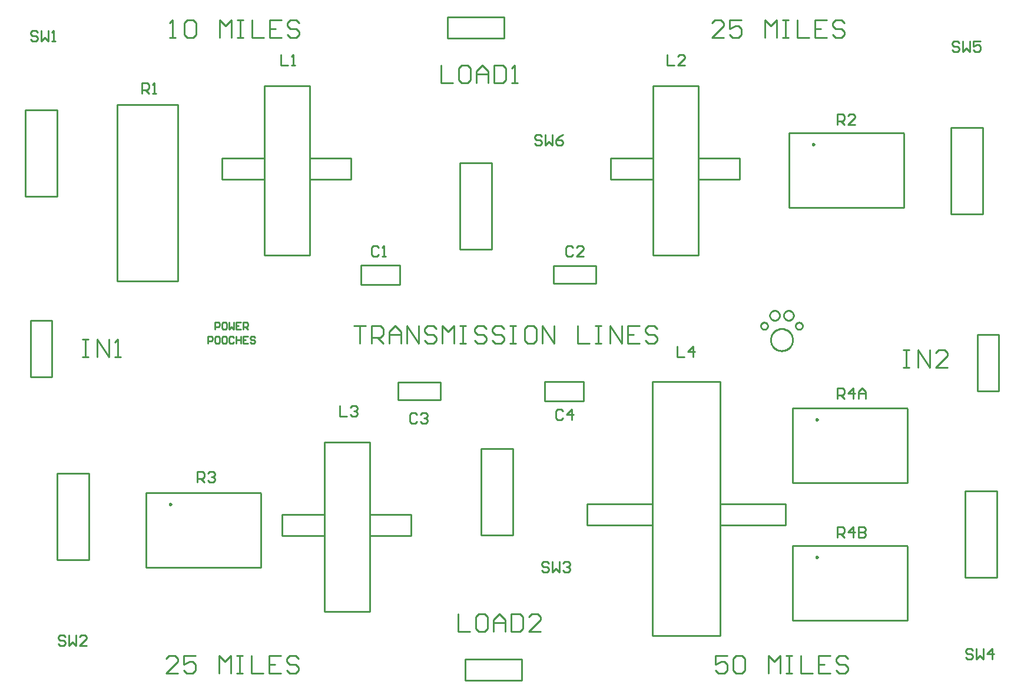
<source format=gto>
%FSDAX24Y24*%
%MOIN*%
%SFA1B1*%

%IPPOS*%
%ADD15C,0.010000*%
%ADD20C,0.009800*%
%LNtlinepcb-1*%
%LPD*%
G54D15*
X056299Y031299D02*
D01*
X056298Y031312*
X056297Y031326*
X056294Y031339*
X056291Y031353*
X056287Y031366*
X056281Y031379*
X056275Y031391*
X056269Y031403*
X056261Y031414*
X056252Y031425*
X056243Y031435*
X056233Y031445*
X056223Y031454*
X056212Y031462*
X056200Y031469*
X056188Y031476*
X056175Y031481*
X056162Y031486*
X056149Y031490*
X056136Y031493*
X056122Y031494*
X056108Y031495*
X056095*
X056081Y031494*
X056067Y031493*
X056054Y031490*
X056041Y031486*
X056028Y031481*
X056015Y031476*
X056003Y031469*
X055991Y031462*
X055980Y031454*
X055970Y031445*
X055960Y031435*
X055951Y031425*
X055942Y031414*
X055934Y031403*
X055928Y031391*
X055922Y031379*
X055916Y031366*
X055912Y031353*
X055909Y031339*
X055906Y031326*
X055905Y031312*
X055905Y031299*
X055905Y031285*
X055906Y031271*
X055909Y031258*
X055912Y031244*
X055916Y031231*
X055922Y031218*
X055928Y031206*
X055934Y031194*
X055942Y031183*
X055951Y031172*
X055960Y031162*
X055970Y031152*
X055980Y031143*
X055991Y031135*
X056003Y031128*
X056015Y031121*
X056028Y031116*
X056041Y031111*
X056054Y031107*
X056067Y031104*
X056081Y031103*
X056095Y031102*
X056108*
X056122Y031103*
X056136Y031104*
X056149Y031107*
X056162Y031111*
X056175Y031116*
X056188Y031121*
X056200Y031128*
X056212Y031135*
X056223Y031143*
X056233Y031152*
X056243Y031162*
X056252Y031172*
X056261Y031183*
X056269Y031194*
X056275Y031206*
X056281Y031218*
X056287Y031231*
X056291Y031244*
X056294Y031258*
X056297Y031271*
X056298Y031285*
X056299Y031299*
X055790Y031890D02*
D01*
X055789Y031909*
X055787Y031928*
X055783Y031947*
X055779Y031966*
X055773Y031985*
X055765Y032003*
X055757Y032020*
X055747Y032037*
X055736Y032053*
X055724Y032068*
X055711Y032083*
X055698Y032096*
X055683Y032109*
X055667Y032120*
X055651Y032130*
X055633Y032139*
X055616Y032147*
X055597Y032154*
X055579Y032159*
X055560Y032163*
X055541Y032166*
X055521Y032167*
X055502*
X055482Y032166*
X055463Y032163*
X055444Y032159*
X055426Y032154*
X055407Y032147*
X055390Y032139*
X055373Y032130*
X055356Y032120*
X055340Y032109*
X055325Y032096*
X055312Y032083*
X055299Y032068*
X055287Y032053*
X055276Y032037*
X055266Y032020*
X055258Y032003*
X055250Y031985*
X055244Y031966*
X055240Y031947*
X055236Y031928*
X055234Y031909*
X055234Y031890*
X055234Y031870*
X055236Y031851*
X055240Y031832*
X055244Y031813*
X055250Y031794*
X055258Y031776*
X055266Y031759*
X055276Y031742*
X055287Y031726*
X055299Y031711*
X055312Y031696*
X055325Y031683*
X055340Y031670*
X055356Y031659*
X055373Y031649*
X055390Y031640*
X055407Y031632*
X055426Y031625*
X055444Y031620*
X055463Y031616*
X055482Y031613*
X055502Y031612*
X055521*
X055541Y031613*
X055560Y031616*
X055579Y031620*
X055597Y031625*
X055616Y031632*
X055633Y031640*
X055651Y031649*
X055667Y031659*
X055683Y031670*
X055698Y031683*
X055711Y031696*
X055724Y031711*
X055736Y031726*
X055747Y031742*
X055757Y031759*
X055765Y031776*
X055773Y031794*
X055779Y031813*
X055783Y031832*
X055787Y031851*
X055789Y031870*
X055790Y031890*
X055003D02*
D01*
X055002Y031909*
X055000Y031928*
X054996Y031947*
X054992Y031966*
X054986Y031985*
X054978Y032003*
X054970Y032020*
X054960Y032037*
X054949Y032053*
X054937Y032068*
X054924Y032083*
X054911Y032096*
X054896Y032109*
X054880Y032120*
X054864Y032130*
X054846Y032139*
X054829Y032147*
X054810Y032154*
X054792Y032159*
X054773Y032163*
X054754Y032166*
X054734Y032167*
X054715*
X054695Y032166*
X054676Y032163*
X054657Y032159*
X054639Y032154*
X054620Y032147*
X054603Y032139*
X054586Y032130*
X054569Y032120*
X054553Y032109*
X054538Y032096*
X054525Y032083*
X054512Y032068*
X054500Y032053*
X054489Y032037*
X054479Y032020*
X054471Y032003*
X054463Y031985*
X054457Y031966*
X054453Y031947*
X054449Y031928*
X054447Y031909*
X054447Y031890*
X054447Y031870*
X054449Y031851*
X054453Y031832*
X054457Y031813*
X054463Y031794*
X054471Y031776*
X054479Y031759*
X054489Y031742*
X054500Y031726*
X054512Y031711*
X054525Y031696*
X054538Y031683*
X054553Y031670*
X054569Y031659*
X054586Y031649*
X054603Y031640*
X054620Y031632*
X054639Y031625*
X054657Y031620*
X054676Y031616*
X054695Y031613*
X054715Y031612*
X054734*
X054754Y031613*
X054773Y031616*
X054792Y031620*
X054810Y031625*
X054829Y031632*
X054846Y031640*
X054864Y031649*
X054880Y031659*
X054896Y031670*
X054911Y031683*
X054924Y031696*
X054937Y031711*
X054949Y031726*
X054960Y031742*
X054970Y031759*
X054978Y031776*
X054986Y031794*
X054992Y031813*
X054996Y031832*
X055000Y031851*
X055002Y031870*
X055003Y031890*
X054331Y031299D02*
D01*
X054330Y031312*
X054329Y031326*
X054326Y031339*
X054323Y031353*
X054319Y031366*
X054313Y031379*
X054307Y031391*
X054301Y031403*
X054293Y031414*
X054284Y031425*
X054275Y031435*
X054265Y031445*
X054255Y031454*
X054244Y031462*
X054232Y031469*
X054220Y031476*
X054207Y031481*
X054194Y031486*
X054181Y031490*
X054168Y031493*
X054154Y031494*
X054140Y031495*
X054127*
X054113Y031494*
X054099Y031493*
X054086Y031490*
X054073Y031486*
X054060Y031481*
X054047Y031476*
X054035Y031469*
X054023Y031462*
X054012Y031454*
X054002Y031445*
X053992Y031435*
X053983Y031425*
X053974Y031414*
X053966Y031403*
X053960Y031391*
X053954Y031379*
X053948Y031366*
X053944Y031353*
X053941Y031339*
X053938Y031326*
X053937Y031312*
X053937Y031299*
X053937Y031285*
X053938Y031271*
X053941Y031258*
X053944Y031244*
X053948Y031231*
X053954Y031218*
X053960Y031206*
X053966Y031194*
X053974Y031183*
X053983Y031172*
X053992Y031162*
X054002Y031152*
X054012Y031143*
X054023Y031135*
X054035Y031128*
X054047Y031121*
X054060Y031116*
X054073Y031111*
X054086Y031107*
X054099Y031104*
X054113Y031103*
X054127Y031102*
X054140*
X054154Y031103*
X054168Y031104*
X054181Y031107*
X054194Y031111*
X054207Y031116*
X054220Y031121*
X054232Y031128*
X054244Y031135*
X054255Y031143*
X054265Y031152*
X054275Y031162*
X054284Y031172*
X054293Y031183*
X054301Y031194*
X054307Y031206*
X054313Y031218*
X054319Y031231*
X054323Y031244*
X054326Y031258*
X054329Y031271*
X054330Y031285*
X054331Y031299*
X055741Y030512D02*
D01*
X055739Y030555*
X055734Y030598*
X055727Y030641*
X055716Y030683*
X055703Y030724*
X055687Y030764*
X055668Y030804*
X055646Y030841*
X055622Y030877*
X055595Y030911*
X055566Y030944*
X055535Y030974*
X055501Y031002*
X055466Y031027*
X055430Y031050*
X055391Y031071*
X055352Y031088*
X055311Y031103*
X055269Y031115*
X055227Y031124*
X055184Y031130*
X055140Y031133*
X055097*
X055053Y031130*
X055010Y031124*
X054968Y031115*
X054926Y031103*
X054885Y031088*
X054846Y031071*
X054808Y031050*
X054771Y031027*
X054736Y031002*
X054702Y030974*
X054671Y030944*
X054642Y030911*
X054615Y030877*
X054591Y030841*
X054569Y030804*
X054550Y030764*
X054534Y030724*
X054521Y030683*
X054510Y030641*
X054503Y030598*
X054498Y030555*
X054497Y030512*
X054498Y030468*
X054503Y030425*
X054510Y030382*
X054521Y030340*
X054534Y030299*
X054550Y030259*
X054569Y030219*
X054591Y030182*
X054615Y030146*
X054642Y030112*
X054671Y030079*
X054702Y030049*
X054736Y030021*
X054771Y029996*
X054808Y029973*
X054846Y029952*
X054885Y029935*
X054926Y029920*
X054968Y029908*
X055010Y029899*
X055053Y029893*
X055097Y029890*
X055140*
X055184Y029893*
X055227Y029899*
X055269Y029908*
X055311Y029920*
X055352Y029935*
X055391Y029952*
X055430Y029973*
X055466Y029996*
X055501Y030021*
X055535Y030049*
X055566Y030079*
X055595Y030112*
X055622Y030146*
X055646Y030182*
X055668Y030219*
X055687Y030259*
X055703Y030299*
X055716Y030340*
X055727Y030382*
X055734Y030425*
X055739Y030468*
X055741Y030512*
X041700Y028150D02*
X043900D01*
Y027050D02*
Y028150D01*
X041700Y027050D02*
X043900D01*
X041700D02*
Y028150D01*
X031300Y033650D02*
Y034750D01*
Y033650D02*
X033500D01*
Y034750*
X031300D02*
X033500D01*
X017500Y043850D02*
X020950D01*
Y033850D02*
Y043850D01*
X017500Y033850D02*
X020950D01*
X017500D02*
Y043850D01*
X033400Y027100D02*
Y028100D01*
Y027100D02*
X035800D01*
X033400Y028100D02*
X035800D01*
Y027100D02*
Y028100D01*
X019150Y021850D02*
X025600D01*
X025650Y021800*
Y017600D02*
Y021800D01*
X019150Y017600D02*
X025650D01*
X019150D02*
Y021850D01*
X044600Y033700D02*
Y034700D01*
X042200D02*
X044600D01*
X042200Y033700D02*
X044600D01*
X042200D02*
Y034700D01*
X055550Y038000D02*
Y042250D01*
Y038000D02*
X062050D01*
Y042200*
X062000Y042250D02*
X062050Y042200D01*
X055550Y042250D02*
X062000D01*
X055750Y018850D02*
X062200D01*
X062250Y018800*
Y014600D02*
Y018800D01*
X055750Y014600D02*
X062250D01*
X055750D02*
Y018850D01*
Y022400D02*
Y026650D01*
Y022400D02*
X062250D01*
Y026600*
X062200Y026650D02*
X062250Y026600D01*
X055750Y026650D02*
X062200D01*
X066500Y037650D02*
Y042550D01*
X064700D02*
X066500D01*
X064700Y037650D02*
X066500D01*
X064700D02*
Y042550D01*
X036900Y035650D02*
Y040550D01*
Y035650D02*
X038700D01*
X036900Y040550D02*
X038700D01*
Y035650D02*
Y040550D01*
X039900Y019450D02*
Y024350D01*
X038100D02*
X039900D01*
X038100Y019450D02*
X039900D01*
X038100D02*
Y024350D01*
X014100Y018050D02*
Y022950D01*
Y018050D02*
X015900D01*
X014100Y022950D02*
X015900D01*
Y018050D02*
Y022950D01*
X014100Y038650D02*
Y043550D01*
X012300D02*
X014100D01*
X012300Y038650D02*
X014100D01*
X012300D02*
Y043550D01*
X065500Y017050D02*
Y021950D01*
Y017050D02*
X067300D01*
X065500Y021950D02*
X067300D01*
Y017050D02*
Y021950D01*
X031800Y015100D02*
Y024700D01*
X029250Y015100D02*
X031800D01*
X029250Y024700D02*
X031800D01*
X029250Y015100D02*
Y024700D01*
X026850Y019400D02*
X029250D01*
X026850D02*
Y020600D01*
X029250*
X031800Y019400D02*
X034150D01*
Y020600*
X031800D02*
X034150D01*
X050400Y040800D02*
X052750D01*
Y039600D02*
Y040800D01*
X050400Y039600D02*
X052750D01*
X045450Y040800D02*
X047850D01*
X045450Y039600D02*
Y040800D01*
Y039600D02*
X047850D01*
Y035300D02*
Y044900D01*
X050400*
X047850Y035300D02*
X050400D01*
Y044900*
X028400Y035300D02*
Y044900D01*
X025850Y035300D02*
X028400D01*
X025850Y044900D02*
X028400D01*
X025850Y035300D02*
Y044900D01*
X023450Y039600D02*
X025850D01*
X023450D02*
Y040800D01*
X025850*
X028400Y039600D02*
X030750D01*
Y040800*
X028400D02*
X030750D01*
X051650Y021200D02*
X055350D01*
Y020000D02*
Y021200D01*
X051650Y020000D02*
X055350D01*
X044100Y021200D02*
X047800D01*
X044100Y020000D02*
Y021200D01*
Y020000D02*
X047800D01*
Y013750D02*
Y028150D01*
Y013750D02*
X051650D01*
Y028150*
X047800D02*
X051650D01*
X037200Y011200D02*
X040400D01*
X037200Y012400D02*
X040400D01*
Y011200D02*
Y012400D01*
X037200Y011200D02*
Y012400D01*
X036200Y047600D02*
Y048800D01*
X039400Y047600D02*
Y048800D01*
X036200D02*
X039400D01*
X036200Y047600D02*
X039400D01*
X066200Y030800D02*
X067400D01*
X066200Y027600D02*
X067400D01*
X066200D02*
Y030800D01*
X067400Y027600D02*
Y030800D01*
X013800Y028400D02*
Y031600D01*
X012600Y028400D02*
Y031600D01*
Y028400D02*
X013800D01*
X012600Y031600D02*
X013800D01*
X035827Y046078D02*
Y045079D01*
X036493*
X037326Y046078D02*
X036993D01*
X036826Y045912*
Y045245*
X036993Y045079*
X037326*
X037493Y045245*
Y045912*
X037326Y046078*
X037826Y045079D02*
Y045745D01*
X038159Y046078*
X038493Y045745*
Y045079*
Y045579*
X037826*
X038826Y046078D02*
Y045079D01*
X039326*
X039492Y045245*
Y045912*
X039326Y046078*
X038826*
X039825Y045079D02*
X040159D01*
X039992*
Y046078*
X039825Y045912*
X036811Y014976D02*
Y013976D01*
X037477*
X038311Y014976D02*
X037977D01*
X037811Y014809*
Y014143*
X037977Y013976*
X038311*
X038477Y014143*
Y014809*
X038311Y014976*
X038810Y013976D02*
Y014643D01*
X039144Y014976*
X039477Y014643*
Y013976*
Y014476*
X038810*
X039810Y014976D02*
Y013976D01*
X040310*
X040477Y014143*
Y014809*
X040310Y014976*
X039810*
X041476Y013976D02*
X040810D01*
X041476Y014643*
Y014809*
X041310Y014976*
X040976*
X040810Y014809*
X032290Y035736D02*
X032190Y035836D01*
X031990*
X031890Y035736*
Y035336*
X031990Y035236*
X032190*
X032290Y035336*
X032490Y035236D02*
X032689D01*
X032590*
Y035836*
X032490Y035736*
X043313D02*
X043213Y035836D01*
X043013*
X042913Y035736*
Y035336*
X043013Y035236*
X043213*
X043313Y035336*
X043913Y035236D02*
X043513D01*
X043913Y035636*
Y035736*
X043813Y035836*
X043613*
X043513Y035736*
X034461Y026287D02*
X034361Y026387D01*
X034161*
X034061Y026287*
Y025887*
X034161Y025787*
X034361*
X034461Y025887*
X034661Y026287D02*
X034761Y026387D01*
X034961*
X035061Y026287*
Y026187*
X034961Y026087*
X034861*
X034961*
X035061Y025987*
Y025887*
X034961Y025787*
X034761*
X034661Y025887*
X042738Y026484D02*
X042638Y026584D01*
X042439*
X042339Y026484*
Y026084*
X042439Y025984*
X042638*
X042738Y026084*
X043238Y025984D02*
Y026584D01*
X042938Y026284*
X043338*
X015551Y030527D02*
X015884D01*
X015718*
Y029528*
X015551*
X015884*
X016384D02*
Y030527D01*
X017051Y029528*
Y030527*
X017384Y029528D02*
X017717D01*
X017551*
Y030527*
X017384Y030361*
X062008Y029937D02*
X062341D01*
X062174*
Y028937*
X062008*
X062341*
X062841D02*
Y029937D01*
X063507Y028937*
Y029937*
X064507Y028937D02*
X063841D01*
X064507Y029603*
Y029770*
X064340Y029937*
X064007*
X063841Y029770*
X026772Y046663D02*
Y046063D01*
X027172*
X027371D02*
X027571D01*
X027471*
Y046663*
X027371Y046563*
X048622Y046663D02*
Y046063D01*
X049022*
X049622D02*
X049222D01*
X049622Y046463*
Y046563*
X049522Y046663*
X049322*
X049222Y046563*
X030118Y026781D02*
Y026181D01*
X030518*
X030718Y026681D02*
X030818Y026781D01*
X031018*
X031118Y026681*
Y026581*
X031018Y026481*
X030918*
X031018*
X031118Y026381*
Y026281*
X031018Y026181*
X030818*
X030718Y026281*
X049213Y030127D02*
Y029528D01*
X049612*
X050112D02*
Y030127D01*
X049812Y029827*
X050212*
X018898Y044488D02*
Y045088D01*
X019198*
X019298Y044988*
Y044788*
X019198Y044688*
X018898*
X019098D02*
X019298Y044488D01*
X019497D02*
X019697D01*
X019597*
Y045088*
X019497Y044988*
X058268Y042717D02*
Y043316D01*
X058568*
X058668Y043216*
Y043016*
X058568Y042916*
X058268*
X058468D02*
X058668Y042717D01*
X059267D02*
X058868D01*
X059267Y043116*
Y043216*
X059167Y043316*
X058967*
X058868Y043216*
X022047Y022441D02*
Y023041D01*
X022347*
X022447Y022941*
Y022741*
X022347Y022641*
X022047*
X022247D02*
X022447Y022441D01*
X022647Y022941D02*
X022747Y023041D01*
X022947*
X023047Y022941*
Y022841*
X022947Y022741*
X022847*
X022947*
X023047Y022641*
Y022541*
X022947Y022441*
X022747*
X022647Y022541*
X058268Y027165D02*
Y027765D01*
X058568*
X058668Y027665*
Y027465*
X058568Y027365*
X058268*
X058468D02*
X058668Y027165D01*
X059167D02*
Y027765D01*
X058868Y027465*
X059267*
X059467Y027165D02*
Y027565D01*
X059667Y027765*
X059867Y027565*
Y027165*
Y027465*
X059467*
X058268Y019291D02*
Y019891D01*
X058568*
X058668Y019791*
Y019591*
X058568Y019491*
X058268*
X058468D02*
X058668Y019291D01*
X059167D02*
Y019891D01*
X058868Y019591*
X059267*
X059467Y019891D02*
Y019291D01*
X059767*
X059867Y019391*
Y019491*
X059767Y019591*
X059467*
X059767*
X059867Y019691*
Y019791*
X059767Y019891*
X059467*
X012998Y047950D02*
X012898Y048050D01*
X012698*
X012598Y047950*
Y047850*
X012698Y047750*
X012898*
X012998Y047650*
Y047550*
X012898Y047450*
X012698*
X012598Y047550*
X013198Y048050D02*
Y047450D01*
X013398Y047650*
X013598Y047450*
Y048050*
X013798Y047450D02*
X013998D01*
X013898*
Y048050*
X013798Y047950*
X014554Y013689D02*
X014454Y013789D01*
X014254*
X014154Y013689*
Y013589*
X014254Y013489*
X014454*
X014554Y013389*
Y013289*
X014454Y013189*
X014254*
X014154Y013289*
X014754Y013789D02*
Y013189D01*
X014954Y013389*
X015154Y013189*
Y013789*
X015754Y013189D02*
X015354D01*
X015754Y013589*
Y013689*
X015654Y013789*
X015454*
X015354Y013689*
X041935Y017829D02*
X041835Y017929D01*
X041635*
X041535Y017829*
Y017729*
X041635Y017629*
X041835*
X041935Y017529*
Y017429*
X041835Y017329*
X041635*
X041535Y017429*
X042135Y017929D02*
Y017329D01*
X042335Y017529*
X042535Y017329*
Y017929*
X042735Y017829D02*
X042835Y017929D01*
X043035*
X043135Y017829*
Y017729*
X043035Y017629*
X042935*
X043035*
X043135Y017529*
Y017429*
X043035Y017329*
X042835*
X042735Y017429*
X065951Y012901D02*
X065851Y013001D01*
X065651*
X065551Y012901*
Y012801*
X065651Y012701*
X065851*
X065951Y012602*
Y012502*
X065851Y012402*
X065651*
X065551Y012502*
X066151Y013001D02*
Y012402D01*
X066351Y012602*
X066551Y012402*
Y013001*
X067051Y012402D02*
Y013001D01*
X066751Y012701*
X067151*
X065183Y047350D02*
X065083Y047450D01*
X064883*
X064783Y047350*
Y047250*
X064883Y047150*
X065083*
X065183Y047050*
Y046950*
X065083Y046850*
X064883*
X064783Y046950*
X065382Y047450D02*
Y046850D01*
X065582Y047050*
X065782Y046850*
Y047450*
X066382D02*
X065982D01*
Y047150*
X066182Y047250*
X066282*
X066382Y047150*
Y046950*
X066282Y046850*
X066082*
X065982Y046950*
X041542Y042035D02*
X041442Y042135D01*
X041242*
X041142Y042035*
Y041935*
X041242Y041835*
X041442*
X041542Y041735*
Y041635*
X041442Y041535*
X041242*
X041142Y041635*
X041742Y042135D02*
Y041535D01*
X041941Y041735*
X042141Y041535*
Y042135*
X042741D02*
X042541Y042035D01*
X042341Y041835*
Y041635*
X042441Y041535*
X042641*
X042741Y041635*
Y041735*
X042641Y041835*
X042341*
X022638Y030315D02*
Y030715D01*
X022838*
X022904Y030648*
Y030515*
X022838Y030448*
X022638*
X023238Y030715D02*
X023104D01*
X023038Y030648*
Y030382*
X023104Y030315*
X023238*
X023304Y030382*
Y030648*
X023238Y030715*
X023637D02*
X023504D01*
X023438Y030648*
Y030382*
X023504Y030315*
X023637*
X023704Y030382*
Y030648*
X023637Y030715*
X024104Y030648D02*
X024037Y030715D01*
X023904*
X023837Y030648*
Y030382*
X023904Y030315*
X024037*
X024104Y030382*
X024237Y030715D02*
Y030315D01*
Y030515*
X024504*
Y030715*
Y030315*
X024904Y030715D02*
X024637D01*
Y030315*
X024904*
X024637Y030515D02*
X024770D01*
X025304Y030648D02*
X025237Y030715D01*
X025104*
X025037Y030648*
Y030582*
X025104Y030515*
X025237*
X025304Y030448*
Y030382*
X025237Y030315*
X025104*
X025037Y030382*
X023031Y031102D02*
Y031502D01*
X023231*
X023298Y031436*
Y031302*
X023231Y031236*
X023031*
X023631Y031502D02*
X023498D01*
X023431Y031436*
Y031169*
X023498Y031102*
X023631*
X023698Y031169*
Y031436*
X023631Y031502*
X023831D02*
Y031102D01*
X023965Y031236*
X024098Y031102*
Y031502*
X024498D02*
X024231D01*
Y031102*
X024498*
X024231Y031302D02*
X024364D01*
X024631Y031102D02*
Y031502D01*
X024831*
X024898Y031436*
Y031302*
X024831Y031236*
X024631*
X024764D02*
X024898Y031102D01*
X052044Y012614D02*
X051378D01*
Y012114*
X051711Y012281*
X051878*
X052044Y012114*
Y011781*
X051878Y011614*
X051545*
X051378Y011781*
X052378Y012447D02*
X052544Y012614D01*
X052877*
X053044Y012447*
Y011781*
X052877Y011614*
X052544*
X052378Y011781*
Y012447*
X054377Y011614D02*
Y012614D01*
X054710Y012281*
X055043Y012614*
Y011614*
X055377Y012614D02*
X055710D01*
X055543*
Y011614*
X055377*
X055710*
X056210Y012614D02*
Y011614D01*
X056876*
X057876Y012614D02*
X057209D01*
Y011614*
X057876*
X057209Y012114D02*
X057543D01*
X058876Y012447D02*
X058709Y012614D01*
X058376*
X058209Y012447*
Y012281*
X058376Y012114*
X058709*
X058876Y011947*
Y011781*
X058709Y011614*
X058376*
X058209Y011781*
X051848Y047638D02*
X051181D01*
X051848Y048304*
Y048471*
X051681Y048637*
X051348*
X051181Y048471*
X052847Y048637D02*
X052181D01*
Y048138*
X052514Y048304*
X052681*
X052847Y048138*
Y047804*
X052681Y047638*
X052347*
X052181Y047804*
X054180Y047638D02*
Y048637D01*
X054513Y048304*
X054847Y048637*
Y047638*
X055180Y048637D02*
X055513D01*
X055346*
Y047638*
X055180*
X055513*
X056013Y048637D02*
Y047638D01*
X056679*
X057679Y048637D02*
X057013D01*
Y047638*
X057679*
X057013Y048138D02*
X057346D01*
X058679Y048471D02*
X058512Y048637D01*
X058179*
X058012Y048471*
Y048304*
X058179Y048138*
X058512*
X058679Y047971*
Y047804*
X058512Y047638*
X058179*
X058012Y047804*
X020942Y011614D02*
X020276D01*
X020942Y012281*
Y012447*
X020775Y012614*
X020442*
X020276Y012447*
X021942Y012614D02*
X021275D01*
Y012114*
X021608Y012281*
X021775*
X021942Y012114*
Y011781*
X021775Y011614*
X021442*
X021275Y011781*
X023275Y011614D02*
Y012614D01*
X023608Y012281*
X023941Y012614*
Y011614*
X024274Y012614D02*
X024608D01*
X024441*
Y011614*
X024274*
X024608*
X025107Y012614D02*
Y011614D01*
X025774*
X026773Y012614D02*
X026107D01*
Y011614*
X026773*
X026107Y012114D02*
X026440D01*
X027773Y012447D02*
X027607Y012614D01*
X027273*
X027107Y012447*
Y012281*
X027273Y012114*
X027607*
X027773Y011947*
Y011781*
X027607Y011614*
X027273*
X027107Y011781*
X020472Y047638D02*
X020806D01*
X020639*
Y048637*
X020472Y048471*
X021305D02*
X021472Y048637D01*
X021805*
X021972Y048471*
Y047804*
X021805Y047638*
X021472*
X021305Y047804*
Y048471*
X023305Y047638D02*
Y048637D01*
X023638Y048304*
X023971Y048637*
Y047638*
X024305Y048637D02*
X024638D01*
X024471*
Y047638*
X024305*
X024638*
X025138Y048637D02*
Y047638D01*
X025804*
X026804Y048637D02*
X026137D01*
Y047638*
X026804*
X026137Y048138D02*
X026470D01*
X027803Y048471D02*
X027637Y048637D01*
X027304*
X027137Y048471*
Y048304*
X027304Y048138*
X027637*
X027803Y047971*
Y047804*
X027637Y047638*
X027304*
X027137Y047804*
X030906Y031315D02*
X031572D01*
X031239*
Y030315*
X031905D02*
Y031315D01*
X032405*
X032572Y031148*
Y030815*
X032405Y030648*
X031905*
X032238D02*
X032572Y030315D01*
X032905D02*
Y030981D01*
X033238Y031315*
X033571Y030981*
Y030315*
Y030815*
X032905*
X033905Y030315D02*
Y031315D01*
X034571Y030315*
Y031315*
X035571Y031148D02*
X035404Y031315D01*
X035071*
X034904Y031148*
Y030981*
X035071Y030815*
X035404*
X035571Y030648*
Y030482*
X035404Y030315*
X035071*
X034904Y030482*
X035904Y030315D02*
Y031315D01*
X036237Y030981*
X036570Y031315*
Y030315*
X036904Y031315D02*
X037237D01*
X037070*
Y030315*
X036904*
X037237*
X038403Y031148D02*
X038236Y031315D01*
X037903*
X037737Y031148*
Y030981*
X037903Y030815*
X038236*
X038403Y030648*
Y030482*
X038236Y030315*
X037903*
X037737Y030482*
X039403Y031148D02*
X039236Y031315D01*
X038903*
X038736Y031148*
Y030981*
X038903Y030815*
X039236*
X039403Y030648*
Y030482*
X039236Y030315*
X038903*
X038736Y030482*
X039736Y031315D02*
X040069D01*
X039903*
Y030315*
X039736*
X040069*
X041069Y031315D02*
X040736D01*
X040569Y031148*
Y030482*
X040736Y030315*
X041069*
X041236Y030482*
Y031148*
X041069Y031315*
X041569Y030315D02*
Y031315D01*
X042235Y030315*
Y031315*
X043568D02*
Y030315D01*
X044235*
X044568Y031315D02*
X044901D01*
X044734*
Y030315*
X044568*
X044901*
X045401D02*
Y031315D01*
X046067Y030315*
Y031315*
X047067D02*
X046401D01*
Y030315*
X047067*
X046401Y030815D02*
X046734D01*
X048067Y031148D02*
X047900Y031315D01*
X047567*
X047400Y031148*
Y030981*
X047567Y030815*
X047900*
X048067Y030648*
Y030482*
X047900Y030315*
X047567*
X047400Y030482*
G54D20*
X020559Y021187D02*
D01*
X020558Y021190*
X020558Y021193*
X020557Y021197*
X020557Y021200*
X020556Y021203*
X020554Y021206*
X020553Y021210*
X020551Y021212*
X020549Y021215*
X020547Y021218*
X020545Y021221*
X020542Y021223*
X020540Y021225*
X020537Y021227*
X020534Y021229*
X020531Y021231*
X020528Y021232*
X020525Y021233*
X020521Y021234*
X020518Y021235*
X020515Y021235*
X020511Y021235*
X020508*
X020504Y021235*
X020501Y021235*
X020498Y021234*
X020494Y021233*
X020491Y021232*
X020488Y021231*
X020485Y021229*
X020482Y021227*
X020479Y021225*
X020477Y021223*
X020474Y021221*
X020472Y021218*
X020470Y021215*
X020468Y021212*
X020466Y021210*
X020465Y021206*
X020463Y021203*
X020462Y021200*
X020462Y021197*
X020461Y021193*
X020461Y021190*
X020461Y021187*
X020461Y021183*
X020461Y021180*
X020462Y021176*
X020462Y021173*
X020463Y021170*
X020465Y021167*
X020466Y021163*
X020468Y021161*
X020470Y021158*
X020472Y021155*
X020474Y021152*
X020477Y021150*
X020479Y021148*
X020482Y021146*
X020485Y021144*
X020488Y021142*
X020491Y021141*
X020494Y021140*
X020498Y021139*
X020501Y021138*
X020504Y021138*
X020508Y021138*
X020511*
X020515Y021138*
X020518Y021138*
X020521Y021139*
X020525Y021140*
X020528Y021141*
X020531Y021142*
X020534Y021144*
X020537Y021146*
X020540Y021148*
X020542Y021150*
X020545Y021152*
X020547Y021155*
X020549Y021158*
X020551Y021161*
X020553Y021163*
X020554Y021167*
X020556Y021170*
X020557Y021173*
X020557Y021176*
X020558Y021180*
X020558Y021183*
X020559Y021187*
X056959Y041587D02*
D01*
X056958Y041590*
X056958Y041593*
X056957Y041597*
X056957Y041600*
X056956Y041603*
X056954Y041606*
X056953Y041610*
X056951Y041612*
X056949Y041615*
X056947Y041618*
X056945Y041621*
X056942Y041623*
X056940Y041625*
X056937Y041627*
X056934Y041629*
X056931Y041631*
X056928Y041632*
X056925Y041633*
X056921Y041634*
X056918Y041635*
X056915Y041635*
X056911Y041635*
X056908*
X056904Y041635*
X056901Y041635*
X056898Y041634*
X056894Y041633*
X056891Y041632*
X056888Y041631*
X056885Y041629*
X056882Y041627*
X056879Y041625*
X056877Y041623*
X056874Y041621*
X056872Y041618*
X056870Y041615*
X056868Y041612*
X056866Y041610*
X056865Y041606*
X056863Y041603*
X056862Y041600*
X056862Y041597*
X056861Y041593*
X056861Y041590*
X056861Y041587*
X056861Y041583*
X056861Y041580*
X056862Y041576*
X056862Y041573*
X056863Y041570*
X056865Y041567*
X056866Y041563*
X056868Y041561*
X056870Y041558*
X056872Y041555*
X056874Y041552*
X056877Y041550*
X056879Y041548*
X056882Y041546*
X056885Y041544*
X056888Y041542*
X056891Y041541*
X056894Y041540*
X056898Y041539*
X056901Y041538*
X056904Y041538*
X056908Y041538*
X056911*
X056915Y041538*
X056918Y041538*
X056921Y041539*
X056925Y041540*
X056928Y041541*
X056931Y041542*
X056934Y041544*
X056937Y041546*
X056940Y041548*
X056942Y041550*
X056945Y041552*
X056947Y041555*
X056949Y041558*
X056951Y041561*
X056953Y041563*
X056954Y041567*
X056956Y041570*
X056957Y041573*
X056957Y041576*
X056958Y041580*
X056958Y041583*
X056959Y041587*
X057159Y018187D02*
D01*
X057158Y018190*
X057158Y018193*
X057157Y018197*
X057157Y018200*
X057156Y018203*
X057154Y018206*
X057153Y018210*
X057151Y018212*
X057149Y018215*
X057147Y018218*
X057145Y018221*
X057142Y018223*
X057140Y018225*
X057137Y018227*
X057134Y018229*
X057131Y018231*
X057128Y018232*
X057125Y018233*
X057121Y018234*
X057118Y018235*
X057115Y018235*
X057111Y018235*
X057108*
X057104Y018235*
X057101Y018235*
X057098Y018234*
X057094Y018233*
X057091Y018232*
X057088Y018231*
X057085Y018229*
X057082Y018227*
X057079Y018225*
X057077Y018223*
X057074Y018221*
X057072Y018218*
X057070Y018215*
X057068Y018212*
X057066Y018210*
X057065Y018206*
X057063Y018203*
X057062Y018200*
X057062Y018197*
X057061Y018193*
X057061Y018190*
X057061Y018187*
X057061Y018183*
X057061Y018180*
X057062Y018176*
X057062Y018173*
X057063Y018170*
X057065Y018167*
X057066Y018163*
X057068Y018161*
X057070Y018158*
X057072Y018155*
X057074Y018152*
X057077Y018150*
X057079Y018148*
X057082Y018146*
X057085Y018144*
X057088Y018142*
X057091Y018141*
X057094Y018140*
X057098Y018139*
X057101Y018138*
X057104Y018138*
X057108Y018138*
X057111*
X057115Y018138*
X057118Y018138*
X057121Y018139*
X057125Y018140*
X057128Y018141*
X057131Y018142*
X057134Y018144*
X057137Y018146*
X057140Y018148*
X057142Y018150*
X057145Y018152*
X057147Y018155*
X057149Y018158*
X057151Y018161*
X057153Y018163*
X057154Y018167*
X057156Y018170*
X057157Y018173*
X057157Y018176*
X057158Y018180*
X057158Y018183*
X057159Y018187*
Y025987D02*
D01*
X057158Y025990*
X057158Y025993*
X057157Y025997*
X057157Y026000*
X057156Y026003*
X057154Y026006*
X057153Y026010*
X057151Y026012*
X057149Y026015*
X057147Y026018*
X057145Y026021*
X057142Y026023*
X057140Y026025*
X057137Y026027*
X057134Y026029*
X057131Y026031*
X057128Y026032*
X057125Y026033*
X057121Y026034*
X057118Y026035*
X057115Y026035*
X057111Y026035*
X057108*
X057104Y026035*
X057101Y026035*
X057098Y026034*
X057094Y026033*
X057091Y026032*
X057088Y026031*
X057085Y026029*
X057082Y026027*
X057079Y026025*
X057077Y026023*
X057074Y026021*
X057072Y026018*
X057070Y026015*
X057068Y026012*
X057066Y026010*
X057065Y026006*
X057063Y026003*
X057062Y026000*
X057062Y025997*
X057061Y025993*
X057061Y025990*
X057061Y025987*
X057061Y025983*
X057061Y025980*
X057062Y025976*
X057062Y025973*
X057063Y025970*
X057065Y025967*
X057066Y025963*
X057068Y025961*
X057070Y025958*
X057072Y025955*
X057074Y025952*
X057077Y025950*
X057079Y025948*
X057082Y025946*
X057085Y025944*
X057088Y025942*
X057091Y025941*
X057094Y025940*
X057098Y025939*
X057101Y025938*
X057104Y025938*
X057108Y025938*
X057111*
X057115Y025938*
X057118Y025938*
X057121Y025939*
X057125Y025940*
X057128Y025941*
X057131Y025942*
X057134Y025944*
X057137Y025946*
X057140Y025948*
X057142Y025950*
X057145Y025952*
X057147Y025955*
X057149Y025958*
X057151Y025961*
X057153Y025963*
X057154Y025967*
X057156Y025970*
X057157Y025973*
X057157Y025976*
X057158Y025980*
X057158Y025983*
X057159Y025987*
M02*
</source>
